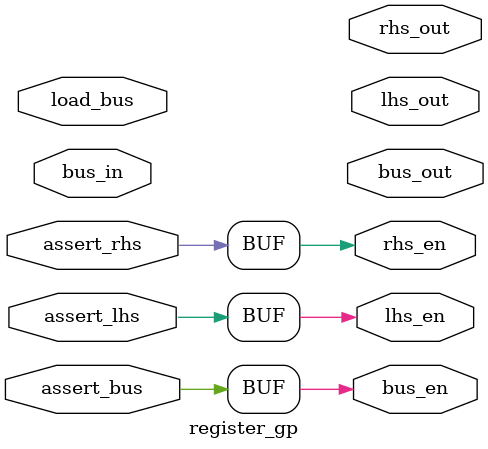
<source format=v>
module register_gp(
    input [7:0] bus_in,
    output [7:0] bus_out,
    output [7:0] lhs_out,
    output [7:0] rhs_out,
    input assert_lhs, assert_rhs, assert_bus, load_bus,
    output lhs_en, rhs_en, bus_en
    );
    reg [7:0] value;

    always @(posedge load_bus) begin
        value <= bus_in;
    end

    assign lhs_en = assert_lhs;
    assign rhs_en = assert_rhs;
    assign bus_en = assert_bus;

endmodule
</source>
